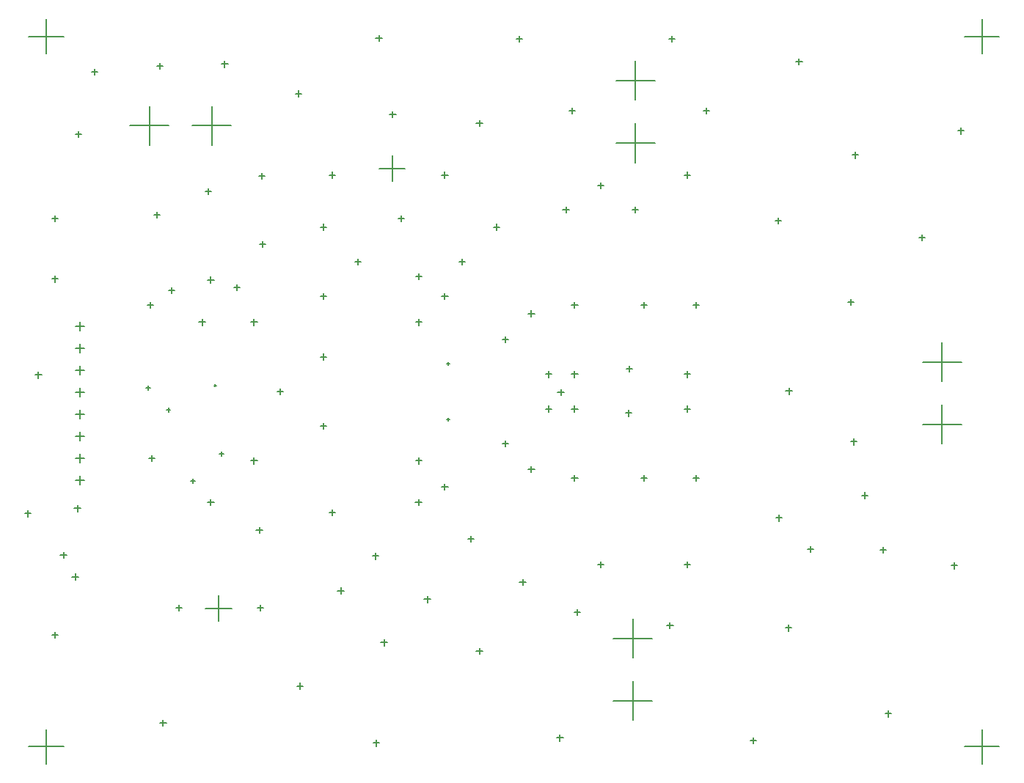
<source format=gbr>
%TF.GenerationSoftware,Altium Limited,Altium Designer,19.1.8 (144)*%
G04 Layer_Color=128*
%FSLAX26Y26*%
%MOIN*%
%TF.FileFunction,Drillmap*%
%TF.Part,Single*%
G01*
G75*
%TA.AperFunction,NonConductor*%
%ADD70C,0.005000*%
D70*
X4139764Y1905512D02*
X4316929D01*
X4228346Y1816929D02*
Y1994094D01*
X4139764Y1622047D02*
X4316929D01*
X4228346Y1533465D02*
Y1710630D01*
X2734252Y366142D02*
X2911417D01*
X2822835Y277559D02*
Y454724D01*
X2734252Y649606D02*
X2911417D01*
X2822835Y561024D02*
Y738189D01*
X2746063Y2901575D02*
X2923228D01*
X2834646Y2812992D02*
Y2990157D01*
X2746063Y3185039D02*
X2923228D01*
X2834646Y3096457D02*
Y3273622D01*
X537402Y2980315D02*
X714567D01*
X625984Y2891732D02*
Y3068898D01*
X820866Y2980315D02*
X998032D01*
X909449Y2891732D02*
Y3068898D01*
X289960Y2068700D02*
X330118D01*
X310039Y2048621D02*
Y2088778D01*
X289960Y1968700D02*
X330118D01*
X310039Y1948621D02*
Y1988778D01*
X289960Y1868700D02*
X330118D01*
X310039Y1848621D02*
Y1888778D01*
X289960Y1768700D02*
X330118D01*
X310039Y1748621D02*
Y1788778D01*
X289960Y1668700D02*
X330118D01*
X310039Y1648621D02*
Y1688778D01*
X289960Y1568700D02*
X330118D01*
X310039Y1548621D02*
Y1588778D01*
X289960Y1468700D02*
X330118D01*
X310039Y1448621D02*
Y1488778D01*
X289960Y1368700D02*
X330118D01*
X310039Y1348621D02*
Y1388778D01*
X882087Y786417D02*
X1000197D01*
X941142Y727362D02*
Y845472D01*
X1670276Y2786417D02*
X1788386D01*
X1729331Y2727362D02*
Y2845472D01*
X4330709Y3385827D02*
X4488189D01*
X4409449Y3307087D02*
Y3464567D01*
X78740Y3385827D02*
X236220D01*
X157480Y3307087D02*
Y3464567D01*
X78740Y157480D02*
X236220D01*
X157480Y78740D02*
Y236220D01*
X4330709Y157480D02*
X4488189D01*
X4409449Y78740D02*
Y236220D01*
X1978347Y1897638D02*
X1990158D01*
X1984252Y1891732D02*
Y1903543D01*
X1978347Y1645669D02*
X1990158D01*
X1984252Y1639764D02*
Y1651575D01*
X919291Y1799213D02*
X931102D01*
X925197Y1793307D02*
Y1805118D01*
X623799Y1468504D02*
X651791D01*
X637795Y1454508D02*
Y1482500D01*
X108051Y1846457D02*
X136043D01*
X122047Y1832461D02*
Y1860453D01*
X879705Y2681102D02*
X907697D01*
X893701Y2667106D02*
Y2695098D01*
X3143484Y3047244D02*
X3171476D01*
X3157480Y3033248D02*
Y3061240D01*
X2533248Y3047244D02*
X2561240D01*
X2547244Y3033248D02*
Y3061240D01*
X712776Y2231102D02*
X740768D01*
X726772Y2217106D02*
Y2245099D01*
X615921Y2165354D02*
X643921D01*
X629921Y2151354D02*
Y2179354D01*
X745846Y787402D02*
X773838D01*
X759842Y773406D02*
Y801398D01*
X3474193Y1196850D02*
X3502185D01*
X3488189Y1182854D02*
Y1210846D01*
X2789154Y1673228D02*
X2817146D01*
X2803150Y1659232D02*
Y1687224D01*
X2793091Y1874016D02*
X2821083D01*
X2807087Y1860020D02*
Y1888012D01*
X2482067Y1767716D02*
X2510059D01*
X2496063Y1753720D02*
Y1781713D01*
X2986004Y3374016D02*
X3013996D01*
X3000000Y3360020D02*
Y3388012D01*
X2293091Y3374016D02*
X2321083D01*
X2307087Y3360020D02*
Y3388012D01*
X1655295Y3377953D02*
X1683287D01*
X1669291Y3363957D02*
Y3391949D01*
X289154Y2940945D02*
X317146D01*
X303150Y2926949D02*
Y2954941D01*
X182854Y665354D02*
X210846D01*
X196850Y651358D02*
Y679350D01*
X674980Y263779D02*
X702972D01*
X688976Y249784D02*
Y277776D01*
X1643484Y173228D02*
X1671476D01*
X1657480Y159232D02*
Y187224D01*
X2478130Y196850D02*
X2506122D01*
X2492126Y182854D02*
Y210846D01*
X3356083Y185039D02*
X3384075D01*
X3370079Y171043D02*
Y199035D01*
X3517500Y696850D02*
X3545492D01*
X3531496Y682854D02*
Y710846D01*
X3970256Y307087D02*
X3998248D01*
X3984252Y293091D02*
Y321083D01*
X4269469Y980315D02*
X4297461D01*
X4283465Y966319D02*
Y994311D01*
X3812776Y1543307D02*
X3840768D01*
X3826772Y1529311D02*
Y1557303D01*
X3800965Y2177165D02*
X3828957D01*
X3814961Y2163169D02*
Y2191161D01*
X4123799Y2472441D02*
X4151791D01*
X4137795Y2458445D02*
Y2486437D01*
X4300965Y2956693D02*
X4328957D01*
X4314961Y2942697D02*
Y2970689D01*
X3820650Y2846457D02*
X3848642D01*
X3834646Y2832461D02*
Y2860453D01*
X3470256Y2547244D02*
X3498248D01*
X3484252Y2533248D02*
Y2561240D01*
X3564744Y3271653D02*
X3592736D01*
X3578740Y3257657D02*
Y3285649D01*
X3863957Y1299213D02*
X3891949D01*
X3877953Y1285217D02*
Y1313209D01*
X3946634Y1051181D02*
X3974626D01*
X3960630Y1037185D02*
Y1065177D01*
X3615925Y1055118D02*
X3643917D01*
X3629921Y1041122D02*
Y1069114D01*
X1289154Y3125984D02*
X1317146D01*
X1303150Y3111988D02*
Y3139980D01*
X1297028Y433071D02*
X1325020D01*
X1311024Y419075D02*
Y447067D01*
X60807Y1216535D02*
X88799D01*
X74803Y1202539D02*
Y1230531D01*
X222225Y1027559D02*
X250216D01*
X236220Y1013563D02*
Y1041555D01*
X285217Y1240158D02*
X313209D01*
X299213Y1226161D02*
Y1254153D01*
X659232Y3251968D02*
X687224D01*
X673228Y3237972D02*
Y3265965D01*
X363957Y3224409D02*
X391949D01*
X377953Y3210413D02*
Y3238405D01*
X954508Y3259843D02*
X982500D01*
X968504Y3245847D02*
Y3273838D01*
X647421Y2574803D02*
X675413D01*
X661417Y2560807D02*
Y2588799D01*
X1123799Y2751968D02*
X1151791D01*
X1137795Y2737972D02*
Y2765965D01*
X1111988Y1141732D02*
X1139980D01*
X1125984Y1127736D02*
Y1155728D01*
X1115925Y787402D02*
X1143917D01*
X1129921Y773406D02*
Y801398D01*
X612205Y1787402D02*
X631890D01*
X622047Y1777559D02*
Y1797244D01*
X702756Y1688976D02*
X722441D01*
X712598Y1679134D02*
Y1698819D01*
X942913Y1488189D02*
X962598D01*
X952756Y1478347D02*
Y1498032D01*
X812992Y1366142D02*
X832677D01*
X822835Y1356299D02*
Y1375984D01*
X852142Y2086614D02*
X880142D01*
X866142Y2072614D02*
Y2100614D01*
X182850Y2559055D02*
X210850D01*
X196850Y2545055D02*
Y2573055D01*
X182850Y2283465D02*
X210850D01*
X196850Y2269465D02*
Y2297465D01*
X1127732Y2440945D02*
X1155732D01*
X1141732Y2426945D02*
Y2454945D01*
X1009622Y2244095D02*
X1037622D01*
X1023622Y2230095D02*
Y2258095D01*
X1206472Y1771653D02*
X1234472D01*
X1220472Y1757653D02*
Y1785653D01*
X1088362Y2086614D02*
X1116362D01*
X1102362Y2072614D02*
Y2100614D01*
X1088362Y1456693D02*
X1116362D01*
X1102362Y1442693D02*
Y1470693D01*
X2111984Y2992126D02*
X2139984D01*
X2125984Y2978126D02*
Y3006126D01*
X1954504Y2755905D02*
X1982504D01*
X1968504Y2741905D02*
Y2769905D01*
X1718284Y3031496D02*
X1746284D01*
X1732284Y3017496D02*
Y3045496D01*
X1442693Y2755905D02*
X1470693D01*
X1456693Y2741905D02*
Y2769905D01*
X1757653Y2559055D02*
X1785653D01*
X1771653Y2545055D02*
Y2573055D01*
X1403323Y2519685D02*
X1431323D01*
X1417323Y2505685D02*
Y2533685D01*
X1560803Y2362205D02*
X1588803D01*
X1574803Y2348205D02*
Y2376205D01*
X1403323Y2204724D02*
X1431323D01*
X1417323Y2190724D02*
Y2218724D01*
X1403323Y1614173D02*
X1431323D01*
X1417323Y1600173D02*
Y1628173D01*
X1403323Y1929134D02*
X1431323D01*
X1417323Y1915134D02*
Y1943134D01*
X3056866Y2755905D02*
X3084866D01*
X3070866Y2741905D02*
Y2769905D01*
X2663165Y2708661D02*
X2691165D01*
X2677165Y2694661D02*
Y2722661D01*
X2820646Y2598425D02*
X2848646D01*
X2834646Y2584425D02*
Y2612425D01*
X2505685Y2598425D02*
X2533685D01*
X2519685Y2584425D02*
Y2612425D01*
X2190724Y2519685D02*
X2218724D01*
X2204724Y2505685D02*
Y2533685D01*
X2033244Y2362205D02*
X2061244D01*
X2047244Y2348205D02*
Y2376205D01*
X1954504Y2204724D02*
X1982504D01*
X1968504Y2190724D02*
Y2218724D01*
X1836394Y2086614D02*
X1864394D01*
X1850394Y2072614D02*
Y2100614D01*
X2978126Y708661D02*
X3006126D01*
X2992126Y694661D02*
Y722661D01*
X3056866Y984252D02*
X3084866D01*
X3070866Y970252D02*
Y998252D01*
X2663165Y984252D02*
X2691165D01*
X2677165Y970252D02*
Y998252D01*
X2556866Y767716D02*
X2584866D01*
X2570866Y753716D02*
Y781716D01*
X2308835Y905512D02*
X2336835D01*
X2322835Y891512D02*
Y919512D01*
X2072614Y1102362D02*
X2100614D01*
X2086614Y1088362D02*
Y1116362D01*
X1954504Y1338583D02*
X1982504D01*
X1968504Y1324583D02*
Y1352583D01*
X1836394Y1456693D02*
X1864394D01*
X1850394Y1442693D02*
Y1470693D01*
X1678913Y629921D02*
X1706913D01*
X1692913Y615921D02*
Y643921D01*
X1482063Y866142D02*
X1510063D01*
X1496063Y852142D02*
Y880142D01*
X2111984Y590551D02*
X2139984D01*
X2125984Y576551D02*
Y604551D01*
X1875764Y826772D02*
X1903764D01*
X1889764Y812772D02*
Y840772D01*
X1639543Y1023622D02*
X1667543D01*
X1653543Y1009622D02*
Y1037622D01*
X1442693Y1220472D02*
X1470693D01*
X1456693Y1206472D02*
Y1234472D01*
X3096236Y2165354D02*
X3124236D01*
X3110236Y2151354D02*
Y2179354D01*
X2860016Y2165354D02*
X2888016D01*
X2874016Y2151354D02*
Y2179354D01*
X2545055Y2165354D02*
X2573055D01*
X2559055Y2151354D02*
Y2179354D01*
X2348205Y2125984D02*
X2376205D01*
X2362205Y2111984D02*
Y2139984D01*
X2230095Y2007874D02*
X2258095D01*
X2244095Y1993874D02*
Y2021874D01*
X2545055Y1692913D02*
X2573055D01*
X2559055Y1678913D02*
Y1706913D01*
X2545055Y1850394D02*
X2573055D01*
X2559055Y1836394D02*
Y1864394D01*
X3056866Y1850394D02*
X3084866D01*
X3070866Y1836394D02*
Y1864394D01*
X3056866Y1692913D02*
X3084866D01*
X3070866Y1678913D02*
Y1706913D01*
X2426945Y1692913D02*
X2454945D01*
X2440945Y1678913D02*
Y1706913D01*
X2426945Y1850394D02*
X2454945D01*
X2440945Y1836394D02*
Y1864394D01*
X3096236Y1377953D02*
X3124236D01*
X3110236Y1363953D02*
Y1391953D01*
X2860016Y1377953D02*
X2888016D01*
X2874016Y1363953D02*
Y1391953D01*
X2545055Y1377953D02*
X2573055D01*
X2559055Y1363953D02*
Y1391953D01*
X2348205Y1417323D02*
X2376205D01*
X2362205Y1403323D02*
Y1431323D01*
X2230095Y1535433D02*
X2258095D01*
X2244095Y1521433D02*
Y1549433D01*
X891512Y2279724D02*
X919512D01*
X905512Y2265724D02*
Y2293724D01*
X275370Y929134D02*
X303370D01*
X289370Y915134D02*
Y943134D01*
X1837378Y2295276D02*
X1865378D01*
X1851378Y2281276D02*
Y2309276D01*
X891512Y1267716D02*
X919512D01*
X905512Y1253716D02*
Y1281716D01*
X1835409Y1267716D02*
X1863409D01*
X1849409Y1253716D02*
Y1281716D01*
X3518480Y1773622D02*
X3546480D01*
X3532480Y1759622D02*
Y1787622D01*
%TF.MD5,0ab581558c2ca43ad2794df2af025ad2*%
M02*

</source>
